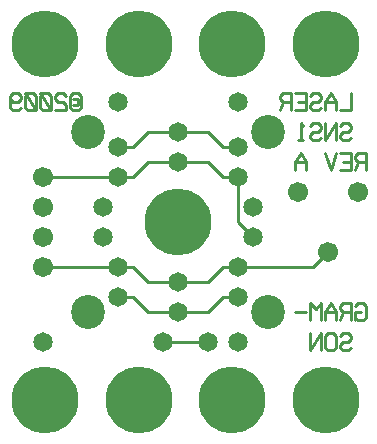
<source format=gbl>
%MOIN*%
%FSLAX25Y25*%
G04 D10 used for Character Trace; *
G04     Circle (OD=.01000) (No hole)*
G04 D11 used for Power Trace; *
G04     Circle (OD=.06500) (No hole)*
G04 D12 used for Signal Trace; *
G04     Circle (OD=.01100) (No hole)*
G04 D13 used for Via; *
G04     Circle (OD=.05800) (Round. Hole ID=.02800)*
G04 D14 used for Component hole; *
G04     Circle (OD=.06500) (Round. Hole ID=.03500)*
G04 D15 used for Component hole; *
G04     Circle (OD=.06700) (Round. Hole ID=.04300)*
G04 D16 used for Component hole; *
G04     Circle (OD=.08100) (Round. Hole ID=.05100)*
G04 D17 used for Component hole; *
G04     Circle (OD=.08900) (Round. Hole ID=.05900)*
G04 D18 used for Component hole; *
G04     Circle (OD=.11300) (Round. Hole ID=.08300)*
G04 D19 used for Component hole; *
G04     Circle (OD=.16000) (Round. Hole ID=.13000)*
G04 D20 used for Component hole; *
G04     Circle (OD=.18300) (Round. Hole ID=.15300)*
G04 D21 used for Component hole; *
G04     Circle (OD=.22291) (Round. Hole ID=.19291)*
%ADD10C,.01000*%
%ADD11C,.06500*%
%ADD12C,.01100*%
%ADD13C,.05800*%
%ADD14C,.06500*%
%ADD15C,.06700*%
%ADD16C,.08100*%
%ADD17C,.08900*%
%ADD18C,.11300*%
%ADD19C,.16000*%
%ADD20C,.18300*%
%ADD21C,.22291*%
%IPPOS*%
%LPD*%
G90*X0Y0D02*D21*X15625Y15625D03*D14*              
X15000Y35000D03*D18*X30000Y45000D03*D21*          
X46875Y15625D03*D12*X50000Y45000D02*              
X45000Y50000D01*X50000Y45000D02*X60000D01*D14*D03*
D12*X70000D01*X75000Y50000D01*X80000D01*D14*D03*  
D18*X90000Y45000D03*D12*X60000Y55000D02*X70000D01*
D14*X60000D03*D12*X50000D01*X45000Y60000D01*      
X40000D01*D14*D03*D12*X15000D01*D15*D03*Y70000D03*
D14*X35000Y80000D03*D15*X15000D03*D14*            
X35000Y70000D03*X40000Y50000D03*D12*X45000D01*D14*
X55000Y35000D03*D12*X70000D01*D14*D03*X80000D03*  
D12*X70000Y55000D02*X75000Y60000D01*X80000D01*D14*
D03*D12*X105000D01*X110000Y65000D01*D15*D03*      
X120000Y85000D03*D10*X119163Y43086D02*            
X120000Y42129D01*X121674D01*X122511Y43086D01*     
Y46914D01*X121674Y47871D01*X120000D01*            
X119163Y46914D01*X120837Y45000D02*X119163D01*     
Y42129D01*X117511D02*Y47871D01*X115000D01*        
X114163Y46914D01*Y45957D01*X115000Y45000D01*      
X117511D01*X115000D02*X114163Y42129D01*X112511D02*
Y45000D01*X110837Y47871D01*X109163Y45000D01*      
Y42129D01*X112511Y45000D02*X109163D01*            
X107511Y42129D02*Y47871D01*X105837Y45957D01*      
X104163Y47871D01*Y42129D01*X102511Y45000D02*      
X99163D01*D15*X100000Y85000D03*D14*               
X85000Y80000D03*Y70000D03*D12*X80000Y75000D01*    
Y90000D01*D14*D03*D12*X75000D01*X70000Y95000D01*  
X60000D01*D14*D03*D12*X50000D01*X45000Y90000D01*  
X40000D01*D14*D03*D12*X15000D01*D15*D03*D18*      
X30000Y105000D03*D14*X40000Y115000D03*Y100000D03* 
D12*X45000D01*X50000Y105000D01*X60000D01*D14*D03* 
D12*X70000D01*X75000Y100000D01*X80000D01*D14*D03* 
D18*X90000Y105000D03*D10*X117511Y117871D02*       
Y112129D01*X114163D01*X112511D02*Y115000D01*      
X110837Y117871D01*X109163Y115000D01*Y112129D01*   
X112511Y115000D02*X109163D01*X104163Y116914D02*   
X105000Y117871D01*X106674D01*X107511Y116914D01*   
Y115957D01*X106674Y115000D01*X105000D01*          
X104163Y114043D01*Y113086D01*X105000Y112129D01*   
X106674D01*X107511Y113086D01*X99163Y112129D02*    
X102511D01*Y117871D01*X99163D01*X102511Y115000D02*
X100000D01*X97511Y112129D02*Y117871D01*X95000D01* 
X94163Y116914D01*Y115957D01*X95000Y115000D01*     
X97511D01*X95000D02*X94163Y112129D01*D14*         
X80000Y115000D03*D10*X122511Y92129D02*Y97871D01*  
X120000D01*X119163Y96914D01*Y95957D01*            
X120000Y95000D01*X122511D01*X120000D02*           
X119163Y92129D01*X114163D02*X117511D01*Y97871D01* 
X114163D01*X117511Y95000D02*X115000D01*           
X112511Y97871D02*X110837Y92129D01*                
X109163Y97871D01*X102511Y92129D02*Y95000D01*      
X100837Y97871D01*X99163Y95000D01*Y92129D01*       
X102511Y95000D02*X99163D01*X114163Y106914D02*     
X115000Y107871D01*X116674D01*X117511Y106914D01*   
Y105957D01*X116674Y105000D01*X115000D01*          
X114163Y104043D01*Y103086D01*X115000Y102129D01*   
X116674D01*X117511Y103086D01*X112511Y102129D02*   
Y107871D01*X109163Y102129D01*Y107871D01*          
X104163Y106914D02*X105000Y107871D01*X106674D01*   
X107511Y106914D01*Y105957D01*X106674Y105000D01*   
X105000D01*X104163Y104043D01*Y103086D01*          
X105000Y102129D01*X106674D01*X107511Y103086D01*   
X101674Y106914D02*X100837Y107871D01*Y102129D01*   
X101674D02*X100000D01*D21*X60000Y75000D03*        
X46875Y134375D03*X109375D03*X78125D03*X15625D03*  
D10*X114163Y36914D02*X115000Y37871D01*X116674D01* 
X117511Y36914D01*Y35957D01*X116674Y35000D01*      
X115000D01*X114163Y34043D01*Y33086D01*            
X115000Y32129D01*X116674D01*X117511Y33086D01*     
X109163D02*X110000Y32129D01*X111674D01*           
X112511Y33086D01*Y36914D01*X111674Y37871D01*      
X110000D01*X109163Y36914D01*Y33086D01*            
X107511Y32129D02*Y37871D01*X104163Y32129D01*      
Y37871D01*X25000Y115957D02*X26674D01*Y114043D01*  
X25000D01*X26674Y112129D02*X25000D01*             
X24163Y113086D01*Y116914D01*X25000Y117871D01*     
X26674D01*X27511Y116914D01*Y113086D01*            
X26674Y112129D01*X22511Y116914D02*                
X21674Y117871D01*X20000D01*X19163Y116914D01*      
Y115957D01*X20000Y115000D01*X21674D01*            
X22511Y114043D01*Y112129D01*X19163D01*            
X14163Y113086D02*X15000Y112129D01*X16674D01*      
X17511Y113086D01*Y116914D01*X16674Y117871D01*     
X15000D01*X14163Y116914D01*Y113086D01*            
X17511Y112129D02*X14163Y117871D01*X9163Y113086D02*
X10000Y112129D01*X11674D01*X12511Y113086D01*      
Y116914D01*X11674Y117871D01*X10000D01*            
X9163Y116914D01*Y113086D01*X12511Y112129D02*      
X9163Y117871D01*X4163Y115957D02*X5000Y115000D01*  
X6674D01*X7511Y115957D01*Y116914D01*              
X6674Y117871D01*X5000D01*X4163Y116914D01*         
Y113086D01*X5000Y112129D01*X6674D01*              
X7511Y113086D01*D21*X78125Y15625D03*X109375D03*   
M02*                                              

</source>
